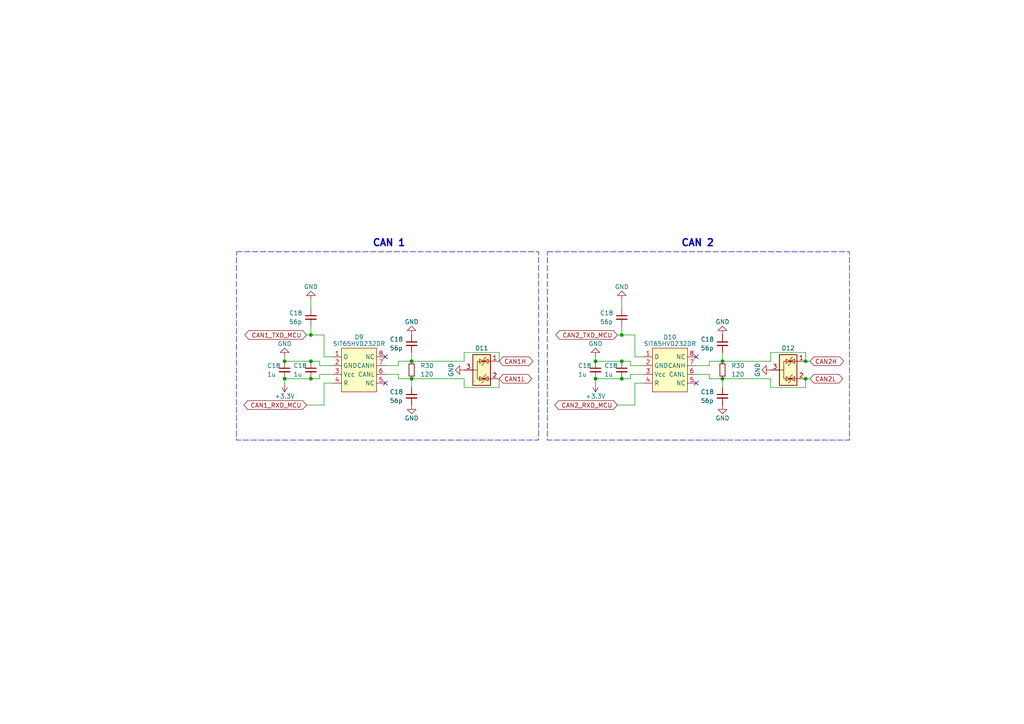
<source format=kicad_sch>
(kicad_sch (version 20230121) (generator eeschema)
  (paper "A4")
  (title_block (comment 1 "МПСТ.76721.758764.02.Э3.М"))
  (lib_symbols
    (symbol "CAN_My:SIT65HVD232DR"
      (property "Reference" "D" (at 0 5.08 0))
      (property "Value" "SIT65HVD232DR" (at 0 2.54 0))
      (symbol "SIT65HVD232DR_1_1"
        (rectangle (start -5.08 0) (end 5.08 -12.7) (fill (type background)))
        (pin input line (at -7.62 -2.54 0) (length 2.54) (name "D") (number "1"))
        (pin input line (at -7.62 -5.08 0) (length 2.54) (name "GND") (number "2"))
        (pin input line (at -7.62 -7.62 0) (length 2.54) (name "Vcc") (number "3"))
        (pin input line (at -7.62 -10.16 0) (length 2.54) (name "R") (number "4"))
        (pin input line (at 7.62 -10.16 180) (length 2.54) (name "NC") (number "5"))
        (pin input line (at 7.62 -7.62 180) (length 2.54) (name "CANL") (number "6"))
        (pin input line (at 7.62 -5.08 180) (length 2.54) (name "CANH") (number "7"))
        (pin input line (at 7.62 -2.54 180) (length 2.54) (name "NC") (number "8"))
      )
    )
    (symbol "Device:C_Small" (pin_numbers hide) (pin_names (offset 0.254) hide)
      (property "Reference" "C" (at 0.254 1.778 0))
      (property "Value" "C_Small" (at 0.254 -2.032 0))
      (symbol "C_Small_0_1"
        (polyline (pts (xy -1.524 -0.508) (xy 1.524 -0.508)) (stroke (width 0.3302)))
        (polyline (pts (xy -1.524 0.508) (xy 1.524 0.508)) (stroke (width 0.3048)))
      )
      (symbol "C_Small_1_1"
        (pin passive line (at 0 2.54 270) (length 2.032) (name "~") (number "1"))
        (pin passive line (at 0 -2.54 90) (length 2.032) (name "~") (number "2"))
      )
    )
    (symbol "Device:R_Small" (pin_numbers hide) (pin_names (offset 0.254) hide)
      (property "Reference" "R" (at 0.762 0.508 0))
      (property "Value" "R_Small" (at 0.762 -1.016 0))
      (symbol "R_Small_0_1"
        (rectangle (start -0.762 1.778) (end 0.762 -1.778) (stroke (width 0.2032)))
      )
      (symbol "R_Small_1_1"
        (pin passive line (at 0 2.54 270) (length 0.762) (name "~") (number "1"))
        (pin passive line (at 0 -2.54 90) (length 0.762) (name "~") (number "2"))
      )
    )
    (symbol "Power_Protection:NUP2105L" (pin_names hide)
      (property "Reference" "D" (at 5.715 2.54 0))
      (property "Value" "NUP2105L" (at 5.715 0.635 0))
      (symbol "NUP2105L_0_0"
        (pin passive line (at 0 -5.08 90) (length 2.54) (name "A") (number "3"))
      )
      (symbol "NUP2105L_0_1"
        (rectangle (start -4.445 2.54) (end 4.445 -2.54) (stroke (width 0.254)) (fill (type background)))
        (polyline (pts (xy -2.54 2.54) (xy -2.54 0.635)))
        (polyline (pts (xy 0 -1.27) (xy 0 -2.54)))
        (polyline (pts (xy 2.54 2.54) (xy 2.54 0.635)))
        (polyline (pts (xy -3.81 1.27) (xy -3.175 0.635) (xy -1.905 0.635) (xy -1.27 0)))
        (polyline (pts (xy -2.54 0.635) (xy -2.54 -1.27) (xy 2.54 -1.27) (xy 2.54 0.635)))
        (polyline (pts (xy -2.54 0.635) (xy -1.905 -0.635) (xy -3.175 -0.635) (xy -2.54 0.635)))
        (polyline (pts (xy 2.54 0.635) (xy 1.905 -0.635) (xy 3.175 -0.635) (xy 2.54 0.635)))
        (polyline (pts (xy 2.54 0.635) (xy 3.175 1.905) (xy 1.905 1.905) (xy 2.54 0.635)))
        (polyline (pts (xy -2.54 0.635) (xy -3.175 1.905) (xy -1.905 1.905) (xy -2.54 0.635) (xy -2.54 1.27)))
        (polyline (pts (xy 1.27 1.27) (xy 1.905 0.635) (xy 2.54 0.635) (xy 3.175 0.635) (xy 3.81 0)))
      )
      (symbol "NUP2105L_1_1"
        (pin passive line (at -2.54 5.08 270) (length 2.54) (name "K") (number "1"))
        (pin passive line (at 2.54 5.08 270) (length 2.54) (name "K") (number "2"))
      )
    )
    (symbol "power:+3.3V" (power) (pin_names (offset 0))
      (property "Value" "+3.3V" (at 0 3.556 0))
      (symbol "+3.3V_0_1"
        (polyline (pts (xy -0.762 1.27) (xy 0 2.54)))
        (polyline (pts (xy 0 0) (xy 0 2.54)))
        (polyline (pts (xy 0 2.54) (xy 0.762 1.27)))
      )
      (symbol "+3.3V_1_1"
        (pin power_in line (at 0 0 90) (length 0) hide (name "+3.3V") (number "1"))
      )
    )
    (symbol "power:GND" (power) (pin_names (offset 0))
      (property "Value" "GND" (at 0 -3.81 0))
      (symbol "GND_0_1"
        (polyline (pts (xy 0 0) (xy 0 -1.27) (xy 1.27 -1.27) (xy 0 -2.54) (xy -1.27 -1.27) (xy 0 -1.27)))
      )
      (symbol "GND_1_1"
        (pin power_in line (at 0 0 270) (length 0) hide (name "GND") (number "1"))
      )
    )
  )
  (junction (at 90.17 97.155))
  (junction (at 180.34 109.855))
  (junction (at 90.17 104.775))
  (junction (at 82.55 109.855))
  (junction (at 119.38 109.855))
  (junction (at 209.55 109.855))
  (junction (at 180.34 104.775))
  (junction (at 233.68 104.775))
  (junction (at 119.38 104.775))
  (junction (at 233.68 109.855))
  (junction (at 90.17 109.855))
  (junction (at 172.72 109.855))
  (junction (at 172.72 104.775))
  (junction (at 82.55 104.775))
  (junction (at 180.34 97.155))
  (junction (at 209.55 104.775))
  (no_connect (at 111.76 103.505))
  (no_connect (at 111.76 111.125))
  (no_connect (at 201.93 103.505))
  (no_connect (at 201.93 111.125))
  (wire (pts (xy 172.72 109.855) (xy 172.72 111.125)))
  (wire (pts (xy 115.57 109.855) (xy 119.38 109.855)))
  (wire (pts (xy 233.68 102.235) (xy 223.52 102.235)))
  (wire (pts (xy 134.62 102.235) (xy 134.62 104.775)))
  (wire (pts (xy 209.55 104.775) (xy 223.52 104.775)))
  (wire (pts (xy 82.55 109.855) (xy 82.55 111.125)))
  (wire (pts (xy 209.55 102.235) (xy 209.55 104.775)))
  (wire (pts (xy 134.62 112.395) (xy 134.62 109.855)))
  (wire (pts (xy 144.78 104.775) (xy 144.78 102.235)))
  (wire (pts (xy 223.52 102.235) (xy 223.52 104.775)))
  (wire (pts (xy 90.17 109.855) (xy 92.71 109.855)))
  (wire (pts (xy 92.71 109.855) (xy 92.71 108.585)))
  (wire (pts (xy 233.68 109.855) (xy 234.95 109.855)))
  (wire (pts (xy 179.07 117.475) (xy 184.15 117.475)))
  (wire (pts (xy 172.72 104.775) (xy 180.34 104.775)))
  (wire (pts (xy 82.55 103.505) (xy 82.55 104.775)))
  (wire (pts (xy 88.9 97.155) (xy 90.17 97.155)))
  (wire (pts (xy 172.72 103.505) (xy 172.72 104.775)))
  (wire (pts (xy 90.17 97.155) (xy 93.98 97.155)))
  (wire (pts (xy 179.07 97.155) (xy 180.34 97.155)))
  (wire (pts (xy 182.88 106.045) (xy 186.69 106.045)))
  (wire (pts (xy 93.98 111.125) (xy 96.52 111.125)))
  (wire (pts (xy 119.38 102.235) (xy 119.38 104.775)))
  (wire (pts (xy 119.38 109.855) (xy 134.62 109.855)))
  (wire (pts (xy 172.72 109.855) (xy 180.34 109.855)))
  (wire (pts (xy 180.34 109.855) (xy 182.88 109.855)))
  (wire (pts (xy 111.76 108.585) (xy 115.57 108.585)))
  (wire (pts (xy 201.93 108.585) (xy 205.74 108.585)))
  (wire (pts (xy 119.38 109.855) (xy 119.38 112.395)))
  (wire (pts (xy 223.52 109.855) (xy 209.55 109.855)))
  (wire (pts (xy 82.55 104.775) (xy 90.17 104.775)))
  (wire (pts (xy 205.74 109.855) (xy 209.55 109.855)))
  (wire (pts (xy 233.68 112.395) (xy 223.52 112.395)))
  (wire (pts (xy 186.69 103.505) (xy 184.15 103.505)))
  (wire (pts (xy 223.52 112.395) (xy 223.52 109.855)))
  (wire (pts (xy 233.68 104.775) (xy 234.95 104.775)))
  (wire (pts (xy 93.98 97.155) (xy 93.98 103.505)))
  (wire (pts (xy 92.71 106.045) (xy 96.52 106.045)))
  (wire (pts (xy 184.15 117.475) (xy 184.15 111.125)))
  (wire (pts (xy 205.74 108.585) (xy 205.74 109.855)))
  (wire (pts (xy 82.55 109.855) (xy 90.17 109.855)))
  (wire (pts (xy 180.34 97.155) (xy 184.15 97.155)))
  (wire (pts (xy 144.78 102.235) (xy 134.62 102.235)))
  (wire (pts (xy 115.57 108.585) (xy 115.57 109.855)))
  (wire (pts (xy 119.38 104.775) (xy 134.62 104.775)))
  (wire (pts (xy 115.57 106.045) (xy 115.57 104.775)))
  (wire (pts (xy 115.57 104.775) (xy 119.38 104.775)))
  (wire (pts (xy 180.34 86.995) (xy 180.34 89.535)))
  (wire (pts (xy 92.71 108.585) (xy 96.52 108.585)))
  (wire (pts (xy 182.88 108.585) (xy 186.69 108.585)))
  (wire (pts (xy 144.78 109.855) (xy 144.78 112.395)))
  (wire (pts (xy 90.17 104.775) (xy 92.71 104.775)))
  (wire (pts (xy 201.93 106.045) (xy 205.74 106.045)))
  (wire (pts (xy 233.68 104.775) (xy 233.68 102.235)))
  (wire (pts (xy 180.34 104.775) (xy 182.88 104.775)))
  (wire (pts (xy 93.98 117.475) (xy 93.98 111.125)))
  (wire (pts (xy 182.88 109.855) (xy 182.88 108.585)))
  (wire (pts (xy 209.55 109.855) (xy 209.55 112.395)))
  (wire (pts (xy 184.15 111.125) (xy 186.69 111.125)))
  (wire (pts (xy 205.74 104.775) (xy 209.55 104.775)))
  (wire (pts (xy 205.74 106.045) (xy 205.74 104.775)))
  (wire (pts (xy 144.78 112.395) (xy 134.62 112.395)))
  (wire (pts (xy 96.52 103.505) (xy 93.98 103.505)))
  (wire (pts (xy 111.76 106.045) (xy 115.57 106.045)))
  (wire (pts (xy 180.34 94.615) (xy 180.34 97.155)))
  (wire (pts (xy 92.71 104.775) (xy 92.71 106.045)))
  (wire (pts (xy 182.88 104.775) (xy 182.88 106.045)))
  (wire (pts (xy 90.17 86.995) (xy 90.17 89.535)))
  (wire (pts (xy 88.9 117.475) (xy 93.98 117.475)))
  (wire (pts (xy 184.15 97.155) (xy 184.15 103.505)))
  (wire (pts (xy 90.17 94.615) (xy 90.17 97.155)))
  (wire (pts (xy 233.68 109.855) (xy 233.68 112.395)))
  (rectangle (start 158.75 73.025) (end 246.38 127.635) (stroke (width 0) (type dash)))
  (rectangle (start 68.58 73.025) (end 156.21 127.635) (stroke (width 0) (type dash)))
  (text "CAN 1" (at 107.95 71.755 0) (effects (font (size 2 2) bold) (justify left bottom)))
  (text "CAN 2" (at 197.485 71.755 0) (effects (font (size 2 2) bold) (justify left bottom)))
  (global_label "CAN1H" (shape bidirectional) (at 144.78 104.775 0) (property "Intersheetrefs" "${INTERSHEET_REFS}" (effects hide)))
  (global_label "CAN1_RXD_MCU" (shape bidirectional) (at 88.9 117.475 180) (property "Intersheetrefs" "${INTERSHEET_REFS}" (effects hide)))
  (global_label "CAN1L" (shape bidirectional) (at 144.78 109.855 0) (property "Intersheetrefs" "${INTERSHEET_REFS}" (effects hide)))
  (global_label "CAN2L" (shape bidirectional) (at 234.95 109.855 0) (property "Intersheetrefs" "${INTERSHEET_REFS}" (effects hide)))
  (global_label "CAN2_TXD_MCU" (shape bidirectional) (at 179.07 97.155 180) (property "Intersheetrefs" "${INTERSHEET_REFS}" (effects hide)))
  (global_label "CAN2_RXD_MCU" (shape bidirectional) (at 179.07 117.475 180) (property "Intersheetrefs" "${INTERSHEET_REFS}" (effects hide)))
  (global_label "CAN2H" (shape bidirectional) (at 234.95 104.775 0) (property "Intersheetrefs" "${INTERSHEET_REFS}" (effects hide)))
  (global_label "CAN1_TXD_MCU" (shape bidirectional) (at 88.9 97.155 180) (property "Intersheetrefs" "${INTERSHEET_REFS}" (effects hide)))
  (symbol (lib_id "power:GND") (at 180.34 86.995 180) (unit 1)
    (property "Reference" "#PWR053" (effects hide))
    (property "Value" "GND" (at 180.34 83.185 0))
    (instances (project "Плата управления" (path "" (reference "#PWR053") (unit 1)) (path "" (reference "#PWR028") (unit 1)) (path "" (reference "#PWR091") (unit 1)) (path "" (reference "#PWR0110") (unit 1)) (path "" (reference "#PWR078") (unit 1))) (project "Силовая плата" (path "" (reference "#PWR06") (unit 1)) (path "" (reference "#PWR013") (unit 1)) (path "" (reference "#PWR025") (unit 1))))
  )
  (symbol (lib_id "Device:C_Small") (at 180.34 92.075 0) (unit 1)
    (property "Reference" "C18" (at 173.99 90.805 0) (effects (justify left)))
    (property "Value" "56p" (at 173.99 93.345 0) (effects (justify left)))
    (property "Footprint" "Capacitor_SMD:C_0603_1608Metric_Pad1.08x0.95mm_HandSolder" (effects hide))
    (instances (project "Плата управления" (path "" (reference "C18") (unit 1)) (path "" (reference "C12") (unit 1)) (path "" (reference "C45") (unit 1)) (path "" (reference "C57") (unit 1)) (path "" (reference "C37") (unit 1))) (project "Силовая плата" (path "" (reference "C10") (unit 1)) (path "" (reference "C11") (unit 1)) (path "" (reference "C14") (unit 1))))
  )
  (symbol (lib_id "power:GND") (at 90.17 86.995 180) (unit 1)
    (property "Reference" "#PWR053" (effects hide))
    (property "Value" "GND" (at 90.17 83.185 0))
    (instances (project "Плата управления" (path "" (reference "#PWR053") (unit 1)) (path "" (reference "#PWR028") (unit 1)) (path "" (reference "#PWR090") (unit 1)) (path "" (reference "#PWR0110") (unit 1)) (path "" (reference "#PWR078") (unit 1))) (project "Силовая плата" (path "" (reference "#PWR06") (unit 1)) (path "" (reference "#PWR013") (unit 1)) (path "" (reference "#PWR025") (unit 1))))
  )
  (symbol (lib_id "Power_Protection:NUP2105L") (at 228.6 107.315 270) (unit 1)
    (property "Reference" "D12" (at 228.6 100.965 90))
    (property "Value" "PESD2CAN" (effects hide))
    (property "Footprint" "Package_TO_SOT_SMD:SOT-23" (effects hide))
    (property "Datasheet" "http://www.onsemi.com/pub_link/Collateral/NUP2105L-D.PDF" (effects hide))
  )
  (symbol (lib_id "Device:C_Small") (at 90.17 92.075 0) (unit 1)
    (property "Reference" "C18" (at 83.82 90.805 0) (effects (justify left)))
    (property "Value" "56p" (at 83.82 93.345 0) (effects (justify left)))
    (property "Footprint" "Capacitor_SMD:C_0603_1608Metric_Pad1.08x0.95mm_HandSolder" (effects hide))
    (instances (project "Плата управления" (path "" (reference "C18") (unit 1)) (path "" (reference "C12") (unit 1)) (path "" (reference "C44") (unit 1)) (path "" (reference "C57") (unit 1)) (path "" (reference "C37") (unit 1))) (project "Силовая плата" (path "" (reference "C10") (unit 1)) (path "" (reference "C11") (unit 1)) (path "" (reference "C14") (unit 1))))
  )
  (symbol (lib_id "power:GND") (at 119.38 97.155 180) (unit 1)
    (property "Reference" "#PWR053" (effects hide))
    (property "Value" "GND" (at 119.38 93.345 0))
    (instances (project "Плата управления" (path "" (reference "#PWR053") (unit 1)) (path "" (reference "#PWR028") (unit 1)) (path "" (reference "#PWR092") (unit 1)) (path "" (reference "#PWR0112") (unit 1)) (path "" (reference "#PWR0112") (unit 1))) (project "Силовая плата" (path "" (reference "#PWR06") (unit 1)) (path "" (reference "#PWR013") (unit 1)) (path "" (reference "#PWR025") (unit 1))))
  )
  (symbol (lib_id "Power_Protection:NUP2105L") (at 139.7 107.315 270) (unit 1)
    (property "Reference" "D11" (at 139.7 100.965 90))
    (property "Value" "PESD2CAN" (effects hide))
    (property "Footprint" "Package_TO_SOT_SMD:SOT-23" (effects hide))
    (property "Datasheet" "http://www.onsemi.com/pub_link/Collateral/NUP2105L-D.PDF" (effects hide))
  )
  (symbol (lib_id "Device:C_Small") (at 119.38 99.695 0) (unit 1)
    (property "Reference" "C18" (at 113.03 98.425 0) (effects (justify left)))
    (property "Value" "56p" (at 113.03 100.965 0) (effects (justify left)))
    (property "Footprint" "Capacitor_SMD:C_0603_1608Metric_Pad1.08x0.95mm_HandSolder" (effects hide))
    (instances (project "Плата управления" (path "" (reference "C18") (unit 1)) (path "" (reference "C12") (unit 1)) (path "" (reference "C46") (unit 1)) (path "" (reference "C59") (unit 1)) (path "" (reference "C39") (unit 1))) (project "Силовая плата" (path "" (reference "C10") (unit 1)) (path "" (reference "C11") (unit 1)) (path "" (reference "C14") (unit 1))))
  )
  (symbol (lib_id "power:GND") (at 209.55 117.475 0) (unit 1)
    (property "Reference" "#PWR053" (effects hide))
    (property "Value" "GND" (at 209.55 121.285 0))
    (instances (project "Плата управления" (path "" (reference "#PWR053") (unit 1)) (path "" (reference "#PWR028") (unit 1)) (path "" (reference "#PWR0101") (unit 1)) (path "" (reference "#PWR0113") (unit 1)) (path "" (reference "#PWR0113") (unit 1))) (project "Силовая плата" (path "" (reference "#PWR06") (unit 1)) (path "" (reference "#PWR013") (unit 1)) (path "" (reference "#PWR025") (unit 1))))
  )
  (symbol (lib_id "Device:C_Small") (at 209.55 114.935 0) (unit 1)
    (property "Reference" "C18" (at 203.2 113.665 0) (effects (justify left)))
    (property "Value" "56p" (at 203.2 116.205 0) (effects (justify left)))
    (property "Footprint" "Capacitor_SMD:C_0603_1608Metric_Pad1.08x0.95mm_HandSolder" (effects hide))
    (instances (project "Плата управления" (path "" (reference "C18") (unit 1)) (path "" (reference "C12") (unit 1)) (path "" (reference "C53") (unit 1)) (path "" (reference "C60") (unit 1)) (path "" (reference "C40") (unit 1))) (project "Силовая плата" (path "" (reference "C10") (unit 1)) (path "" (reference "C11") (unit 1)) (path "" (reference "C14") (unit 1))))
  )
  (symbol (lib_id "power:+3.3V") (at 172.72 111.125 180) (unit 1)
    (property "Reference" "#PWR099" (effects hide))
    (property "Value" "+3.3V" (at 172.72 114.935 0))
    (instances (project "Плата управления" (path "" (reference "#PWR099") (unit 1)) (path "" (reference "#PWR0109") (unit 1)) (path "" (reference "#PWR077") (unit 1))))
  )
  (symbol (lib_id "power:GND") (at 119.38 117.475 0) (unit 1)
    (property "Reference" "#PWR053" (effects hide))
    (property "Value" "GND" (at 119.38 121.285 0))
    (instances (project "Плата управления" (path "" (reference "#PWR053") (unit 1)) (path "" (reference "#PWR028") (unit 1)) (path "" (reference "#PWR0100") (unit 1)) (path "" (reference "#PWR0113") (unit 1)) (path "" (reference "#PWR0113") (unit 1))) (project "Силовая плата" (path "" (reference "#PWR06") (unit 1)) (path "" (reference "#PWR013") (unit 1)) (path "" (reference "#PWR025") (unit 1))))
  )
  (symbol (lib_id "power:GND") (at 134.62 107.315 270) (unit 1)
    (property "Reference" "#PWR053" (effects hide))
    (property "Value" "GND" (at 130.81 107.315 0))
    (instances (project "Плата управления" (path "" (reference "#PWR053") (unit 1)) (path "" (reference "#PWR028") (unit 1)) (path "" (reference "#PWR096") (unit 1)) (path "" (reference "#PWR0113") (unit 1)) (path "" (reference "#PWR0113") (unit 1))) (project "Силовая плата" (path "" (reference "#PWR06") (unit 1)) (path "" (reference "#PWR013") (unit 1)) (path "" (reference "#PWR025") (unit 1))))
  )
  (symbol (lib_id "CAN_My:SIT65HVD232DR") (at 104.14 100.965 0) (unit 1)
    (property "Reference" "D9" (at 104.14 97.79 0))
    (property "Value" "SIT65HVD232DR" (at 104.14 99.695 0))
    (property "Footprint" "Package_SO:SOIC-8_3.9x4.9mm_P1.27mm" (effects hide))
    (instances (project "Плата управления" (path "" (reference "D9") (unit 1)) (path "" (reference "D11") (unit 1)) (path "" (reference "D7") (unit 1))))
  )
  (symbol (lib_id "Device:C_Small") (at 180.34 107.315 0) (unit 1)
    (property "Reference" "C18" (at 175.26 106.045 0) (effects (justify left)))
    (property "Value" "1u" (at 175.26 108.585 0) (effects (justify left)))
    (property "Footprint" "Capacitor_SMD:C_0603_1608Metric_Pad1.08x0.95mm_HandSolder" (effects hide))
    (instances (project "Плата управления" (path "" (reference "C18") (unit 1)) (path "" (reference "C12") (unit 1)) (path "" (reference "C51") (unit 1)) (path "" (reference "C58") (unit 1)) (path "" (reference "C38") (unit 1))) (project "Силовая плата" (path "" (reference "C10") (unit 1)) (path "" (reference "C11") (unit 1)) (path "" (reference "C14") (unit 1))))
  )
  (symbol (lib_id "power:GND") (at 82.55 103.505 180) (unit 1)
    (property "Reference" "#PWR053" (effects hide))
    (property "Value" "GND" (at 82.55 99.695 0))
    (instances (project "Плата управления" (path "" (reference "#PWR053") (unit 1)) (path "" (reference "#PWR028") (unit 1)) (path "" (reference "#PWR094") (unit 1)) (path "" (reference "#PWR0108") (unit 1)) (path "" (reference "#PWR076") (unit 1))) (project "Силовая плата" (path "" (reference "#PWR06") (unit 1)) (path "" (reference "#PWR013") (unit 1)) (path "" (reference "#PWR025") (unit 1))))
  )
  (symbol (lib_id "power:GND") (at 209.55 97.155 180) (unit 1)
    (property "Reference" "#PWR053" (effects hide))
    (property "Value" "GND" (at 209.55 93.345 0))
    (instances (project "Плата управления" (path "" (reference "#PWR053") (unit 1)) (path "" (reference "#PWR028") (unit 1)) (path "" (reference "#PWR093") (unit 1)) (path "" (reference "#PWR0112") (unit 1)) (path "" (reference "#PWR0112") (unit 1))) (project "Силовая плата" (path "" (reference "#PWR06") (unit 1)) (path "" (reference "#PWR013") (unit 1)) (path "" (reference "#PWR025") (unit 1))))
  )
  (symbol (lib_id "Device:R_Small") (at 209.55 107.315 180) (unit 1)
    (property "Reference" "R30" (at 212.09 106.045 0) (effects (justify right)))
    (property "Value" "120" (at 212.09 108.585 0) (effects (justify right)))
    (property "Footprint" "Resistor_SMD:R_0603_1608Metric_Pad0.98x0.95mm_HandSolder" (effects hide))
    (instances (project "Плата управления" (path "" (reference "R30") (unit 1)) (path "" (reference "R20") (unit 1)) (path "" (reference "R36") (unit 1)) (path "" (reference "R36") (unit 1)) (path "" (reference "R27") (unit 1))) (project "Силовая плата" (path "" (reference "R2") (unit 1))))
  )
  (symbol (lib_id "power:GND") (at 172.72 103.505 180) (unit 1)
    (property "Reference" "#PWR053" (effects hide))
    (property "Value" "GND" (at 172.72 99.695 0))
    (instances (project "Плата управления" (path "" (reference "#PWR053") (unit 1)) (path "" (reference "#PWR028") (unit 1)) (path "" (reference "#PWR095") (unit 1)) (path "" (reference "#PWR0108") (unit 1)) (path "" (reference "#PWR076") (unit 1))) (project "Силовая плата" (path "" (reference "#PWR06") (unit 1)) (path "" (reference "#PWR013") (unit 1)) (path "" (reference "#PWR025") (unit 1))))
  )
  (symbol (lib_id "Device:C_Small") (at 82.55 107.315 0) (unit 1)
    (property "Reference" "C18" (at 77.47 106.045 0) (effects (justify left)))
    (property "Value" "1u" (at 77.47 108.585 0) (effects (justify left)))
    (property "Footprint" "Capacitor_SMD:C_0603_1608Metric_Pad1.08x0.95mm_HandSolder" (effects hide))
    (instances (project "Плата управления" (path "" (reference "C18") (unit 1)) (path "" (reference "C12") (unit 1)) (path "" (reference "C48") (unit 1)) (path "" (reference "C11") (unit 1)) (path "" (reference "C36") (unit 1))) (project "Силовая плата" (path "" (reference "C10") (unit 1)) (path "" (reference "C11") (unit 1)) (path "" (reference "C14") (unit 1))))
  )
  (symbol (lib_id "power:GND") (at 223.52 107.315 270) (unit 1)
    (property "Reference" "#PWR053" (effects hide))
    (property "Value" "GND" (at 219.71 107.315 0))
    (instances (project "Плата управления" (path "" (reference "#PWR053") (unit 1)) (path "" (reference "#PWR028") (unit 1)) (path "" (reference "#PWR097") (unit 1)) (path "" (reference "#PWR0113") (unit 1)) (path "" (reference "#PWR0113") (unit 1))) (project "Силовая плата" (path "" (reference "#PWR06") (unit 1)) (path "" (reference "#PWR013") (unit 1)) (path "" (reference "#PWR025") (unit 1))))
  )
  (symbol (lib_id "power:+3.3V") (at 82.55 111.125 180) (unit 1)
    (property "Reference" "#PWR098" (effects hide))
    (property "Value" "+3.3V" (at 82.55 114.935 0))
    (instances (project "Плата управления" (path "" (reference "#PWR098") (unit 1)) (path "" (reference "#PWR0109") (unit 1)) (path "" (reference "#PWR077") (unit 1))))
  )
  (symbol (lib_id "Device:C_Small") (at 172.72 107.315 0) (unit 1)
    (property "Reference" "C18" (at 167.64 106.045 0) (effects (justify left)))
    (property "Value" "1u" (at 167.64 108.585 0) (effects (justify left)))
    (property "Footprint" "Capacitor_SMD:C_0603_1608Metric_Pad1.08x0.95mm_HandSolder" (effects hide))
    (instances (project "Плата управления" (path "" (reference "C18") (unit 1)) (path "" (reference "C12") (unit 1)) (path "" (reference "C50") (unit 1)) (path "" (reference "C11") (unit 1)) (path "" (reference "C36") (unit 1))) (project "Силовая плата" (path "" (reference "C10") (unit 1)) (path "" (reference "C11") (unit 1)) (path "" (reference "C14") (unit 1))))
  )
  (symbol (lib_id "Device:C_Small") (at 90.17 107.315 0) (unit 1)
    (property "Reference" "C18" (at 85.09 106.045 0) (effects (justify left)))
    (property "Value" "1u" (at 85.09 108.585 0) (effects (justify left)))
    (property "Footprint" "Capacitor_SMD:C_0603_1608Metric_Pad1.08x0.95mm_HandSolder" (effects hide))
    (instances (project "Плата управления" (path "" (reference "C18") (unit 1)) (path "" (reference "C12") (unit 1)) (path "" (reference "C49") (unit 1)) (path "" (reference "C58") (unit 1)) (path "" (reference "C38") (unit 1))) (project "Силовая плата" (path "" (reference "C10") (unit 1)) (path "" (reference "C11") (unit 1)) (path "" (reference "C14") (unit 1))))
  )
  (symbol (lib_id "Device:C_Small") (at 209.55 99.695 0) (unit 1)
    (property "Reference" "C18" (at 203.2 98.425 0) (effects (justify left)))
    (property "Value" "56p" (at 203.2 100.965 0) (effects (justify left)))
    (property "Footprint" "Capacitor_SMD:C_0603_1608Metric_Pad1.08x0.95mm_HandSolder" (effects hide))
    (instances (project "Плата управления" (path "" (reference "C18") (unit 1)) (path "" (reference "C12") (unit 1)) (path "" (reference "C47") (unit 1)) (path "" (reference "C59") (unit 1)) (path "" (reference "C39") (unit 1))) (project "Силовая плата" (path "" (reference "C10") (unit 1)) (path "" (reference "C11") (unit 1)) (path "" (reference "C14") (unit 1))))
  )
  (symbol (lib_id "Device:R_Small") (at 119.38 107.315 180) (unit 1)
    (property "Reference" "R30" (at 121.92 106.045 0) (effects (justify right)))
    (property "Value" "120" (at 121.92 108.585 0) (effects (justify right)))
    (property "Footprint" "Resistor_SMD:R_0603_1608Metric_Pad0.98x0.95mm_HandSolder" (effects hide))
    (instances (project "Плата управления" (path "" (reference "R30") (unit 1)) (path "" (reference "R20") (unit 1)) (path "" (reference "R35") (unit 1)) (path "" (reference "R36") (unit 1)) (path "" (reference "R27") (unit 1))) (project "Силовая плата" (path "" (reference "R2") (unit 1))))
  )
  (symbol (lib_id "Device:C_Small") (at 119.38 114.935 0) (unit 1)
    (property "Reference" "C18" (at 113.03 113.665 0) (effects (justify left)))
    (property "Value" "56p" (at 113.03 116.205 0) (effects (justify left)))
    (property "Footprint" "Capacitor_SMD:C_0603_1608Metric_Pad1.08x0.95mm_HandSolder" (effects hide))
    (instances (project "Плата управления" (path "" (reference "C18") (unit 1)) (path "" (reference "C12") (unit 1)) (path "" (reference "C52") (unit 1)) (path "" (reference "C60") (unit 1)) (path "" (reference "C40") (unit 1))) (project "Силовая плата" (path "" (reference "C10") (unit 1)) (path "" (reference "C11") (unit 1)) (path "" (reference "C14") (unit 1))))
  )
  (symbol (lib_id "CAN_My:SIT65HVD232DR") (at 194.31 100.965 0) (unit 1)
    (property "Reference" "D10" (at 194.31 97.79 0))
    (property "Value" "SIT65HVD232DR" (at 194.31 99.695 0))
    (property "Footprint" "Package_SO:SOIC-8_3.9x4.9mm_P1.27mm" (effects hide))
    (instances (project "Плата управления" (path "" (reference "D10") (unit 1)) (path "" (reference "D11") (unit 1)) (path "" (reference "D7") (unit 1))))
  )
)
</source>
